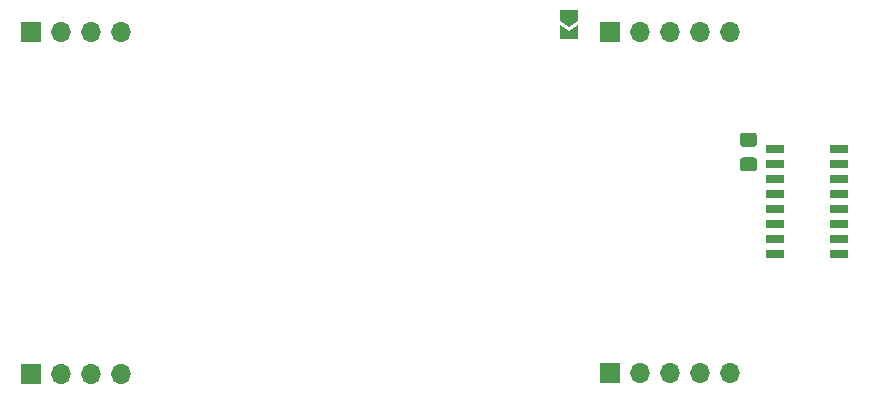
<source format=gbr>
%TF.GenerationSoftware,KiCad,Pcbnew,(5.1.9)-1*%
%TF.CreationDate,2021-04-24T17:32:51+02:00*%
%TF.ProjectId,Schaakbord_Bord,53636861-616b-4626-9f72-645f426f7264,rev?*%
%TF.SameCoordinates,Original*%
%TF.FileFunction,Soldermask,Bot*%
%TF.FilePolarity,Negative*%
%FSLAX46Y46*%
G04 Gerber Fmt 4.6, Leading zero omitted, Abs format (unit mm)*
G04 Created by KiCad (PCBNEW (5.1.9)-1) date 2021-04-24 17:32:51*
%MOMM*%
%LPD*%
G01*
G04 APERTURE LIST*
%ADD10R,1.700000X1.700000*%
%ADD11O,1.700000X1.700000*%
%ADD12C,0.100000*%
%ADD13R,1.525000X0.650000*%
G04 APERTURE END LIST*
D10*
%TO.C,J4*%
X145288000Y-14478000D03*
D11*
X147828000Y-14478000D03*
X150368000Y-14478000D03*
X152908000Y-14478000D03*
X155448000Y-14478000D03*
%TD*%
%TO.C,J3*%
X155448000Y14351000D03*
X152908000Y14351000D03*
X150368000Y14351000D03*
X147828000Y14351000D03*
D10*
X145288000Y14351000D03*
%TD*%
D11*
%TO.C,J2*%
X103822500Y-14541500D03*
X101282500Y-14541500D03*
X98742500Y-14541500D03*
D10*
X96202500Y-14541500D03*
%TD*%
D11*
%TO.C,J1*%
X103886000Y14351000D03*
X101346000Y14351000D03*
X98806000Y14351000D03*
D10*
X96266000Y14351000D03*
%TD*%
D12*
%TO.C,JP1*%
G36*
X141795500Y14774500D02*
G01*
X141045500Y15274500D01*
X141045500Y16274500D01*
X142545500Y16274500D01*
X142545500Y15274500D01*
X141795500Y14774500D01*
G37*
G36*
X141045500Y13824500D02*
G01*
X141045500Y14974500D01*
X141795500Y14474500D01*
X142545500Y14974500D01*
X142545500Y13824500D01*
X141045500Y13824500D01*
G37*
%TD*%
D13*
%TO.C,IC5*%
X159213000Y4445000D03*
X159213000Y3175000D03*
X159213000Y1905000D03*
X159213000Y635000D03*
X159213000Y-635000D03*
X159213000Y-1905000D03*
X159213000Y-3175000D03*
X159213000Y-4445000D03*
X164637000Y-4445000D03*
X164637000Y-3175000D03*
X164637000Y-1905000D03*
X164637000Y-635000D03*
X164637000Y635000D03*
X164637000Y1905000D03*
X164637000Y3175000D03*
X164637000Y4445000D03*
%TD*%
%TO.C,C5*%
G36*
G01*
X157447000Y4662500D02*
X156497000Y4662500D01*
G75*
G02*
X156247000Y4912500I0J250000D01*
G01*
X156247000Y5587500D01*
G75*
G02*
X156497000Y5837500I250000J0D01*
G01*
X157447000Y5837500D01*
G75*
G02*
X157697000Y5587500I0J-250000D01*
G01*
X157697000Y4912500D01*
G75*
G02*
X157447000Y4662500I-250000J0D01*
G01*
G37*
G36*
G01*
X157447000Y2587500D02*
X156497000Y2587500D01*
G75*
G02*
X156247000Y2837500I0J250000D01*
G01*
X156247000Y3512500D01*
G75*
G02*
X156497000Y3762500I250000J0D01*
G01*
X157447000Y3762500D01*
G75*
G02*
X157697000Y3512500I0J-250000D01*
G01*
X157697000Y2837500D01*
G75*
G02*
X157447000Y2587500I-250000J0D01*
G01*
G37*
%TD*%
M02*

</source>
